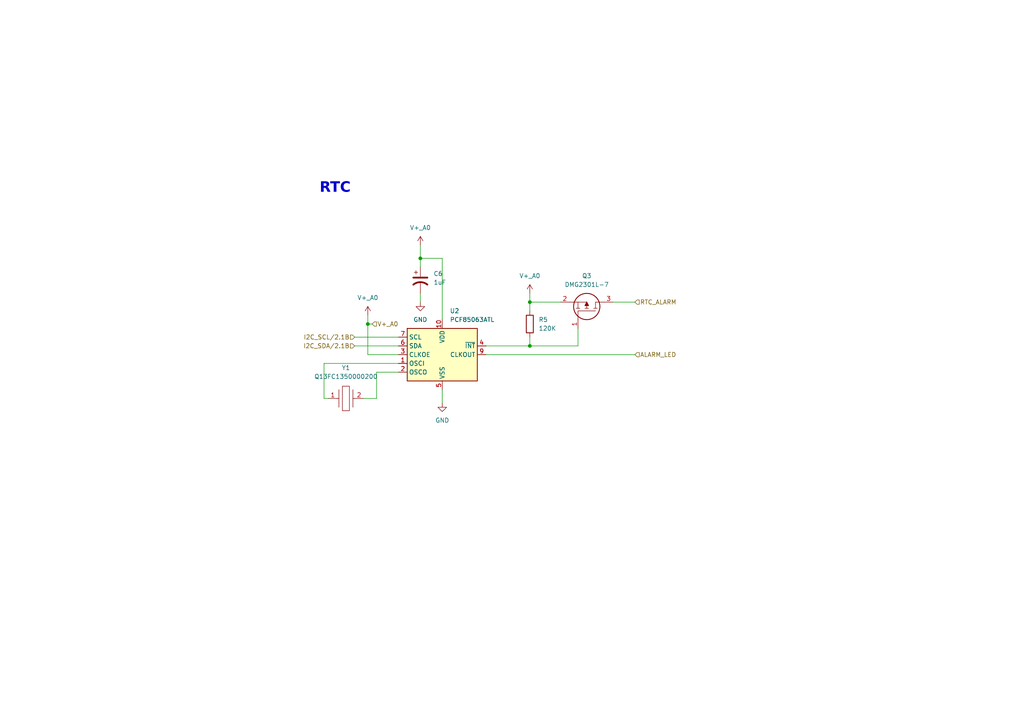
<source format=kicad_sch>
(kicad_sch (version 20230121) (generator eeschema)
  (paper "A4")
  (lib_symbols
    (symbol "DMG2301L-7:DMG2301L-7" (pin_names (offset 0.762))
      (property "Reference" "Q" (at 11.43 3.81 0))
      (property "Value" "DMG2301L-7" (at 11.43 1.27 0))
      (symbol "DMG2301L-7_0_0"
        (pin passive line (at 0 0 0) (length 2.54) (name "~") (number "1"))
        (pin passive line (at 7.62 -5.08 90) (length 2.54) (name "~") (number "2"))
        (pin passive line (at 7.62 10.16 270) (length 2.54) (name "~") (number "3"))
      )
      (symbol "DMG2301L-7_0_1"
        (polyline (pts (xy 5.842 -0.508) (xy 5.842 0.508)) (stroke (width 0.1524)))
        (polyline (pts (xy 5.842 0) (xy 7.62 0)) (stroke (width 0.1524)))
        (polyline (pts (xy 5.842 2.032) (xy 5.842 3.048)) (stroke (width 0.1524)))
        (polyline (pts (xy 5.842 5.588) (xy 5.842 4.572)) (stroke (width 0.1524)))
        (polyline (pts (xy 7.62 2.54) (xy 5.842 2.54)) (stroke (width 0.1524)))
        (polyline (pts (xy 7.62 2.54) (xy 7.62 -2.54)) (stroke (width 0.1524)))
        (polyline (pts (xy 7.62 5.08) (xy 5.842 5.08)) (stroke (width 0.1524)))
        (polyline (pts (xy 7.62 5.08) (xy 7.62 7.62)) (stroke (width 0.1524)))
        (polyline (pts (xy 2.54 0) (xy 5.08 0) (xy 5.08 5.08)) (stroke (width 0.1524)))
        (polyline (pts (xy 7.62 2.54) (xy 6.604 3.048) (xy 6.604 2.032) (xy 7.62 2.54)) (stroke (width 0.254)) (fill (type outline)))
        (circle (center 6.35 2.54) (radius 3.81) (stroke (width 0.254)))
      )
    )
    (symbol "Device:C_Polarized_US" (pin_numbers hide) (pin_names (offset 0.254) hide)
      (property "Reference" "C" (at 0.635 2.54 0))
      (property "Value" "C_Polarized_US" (at 0.635 -2.54 0))
      (symbol "C_Polarized_US_0_1"
        (polyline (pts (xy -2.032 0.762) (xy 2.032 0.762)) (stroke (width 0.508)))
        (polyline (pts (xy -1.778 2.286) (xy -0.762 2.286)))
        (polyline (pts (xy -1.27 1.778) (xy -1.27 2.794)))
        (arc (start 2.032 -1.27) (mid 0 -0.5572) (end -2.032 -1.27) (stroke (width 0.508)))
      )
      (symbol "C_Polarized_US_1_1"
        (pin passive line (at 0 3.81 270) (length 2.794) (name "~") (number "1"))
        (pin passive line (at 0 -3.81 90) (length 3.302) (name "~") (number "2"))
      )
    )
    (symbol "Device:R" (pin_numbers hide) (pin_names (offset 0))
      (property "Reference" "R" (at 2.032 0 90))
      (property "Value" "R" (at 0 0 90))
      (symbol "R_0_1"
        (rectangle (start -1.016 -2.54) (end 1.016 2.54) (stroke (width 0.254)))
      )
      (symbol "R_1_1"
        (pin passive line (at 0 3.81 270) (length 1.27) (name "~") (number "1"))
        (pin passive line (at 0 -3.81 90) (length 1.27) (name "~") (number "2"))
      )
    )
    (symbol "Q13FC1350000200:Q13FC1350000200" (pin_names (offset 0.762))
      (property "Reference" "Y" (at 8.89 6.35 0))
      (property "Value" "Q13FC1350000200" (at 8.89 3.81 0))
      (symbol "Q13FC1350000200_0_0"
        (pin passive line (at 0 0 0) (length 2.54) (name "~") (number "1"))
        (pin passive line (at 10.16 0 180) (length 2.54) (name "~") (number "2"))
      )
      (symbol "Q13FC1350000200_0_1"
        (polyline (pts (xy 3.048 0) (xy 2.54 0)) (stroke (width 0.1524)))
        (polyline (pts (xy 3.048 2.54) (xy 3.048 -2.54)) (stroke (width 0.1524)))
        (polyline (pts (xy 7.112 0) (xy 7.62 0)) (stroke (width 0.1524)))
        (polyline (pts (xy 7.112 2.54) (xy 7.112 -2.54)) (stroke (width 0.1524)))
        (polyline (pts (xy 4.064 3.556) (xy 4.064 -3.556) (xy 6.096 -3.556) (xy 6.096 3.556) (xy 4.064 3.556)) (stroke (width 0.1524)))
      )
    )
    (symbol "Timer_RTC:PCF85063ATL"
      (property "Reference" "U" (at -10.16 8.89 0))
      (property "Value" "PCF85063ATL" (at 6.35 -8.89 0))
      (symbol "PCF85063ATL_0_1"
        (rectangle (start -10.16 7.62) (end 10.16 -7.62) (stroke (width 0.254)) (fill (type background)))
      )
      (symbol "PCF85063ATL_1_1"
        (pin input line (at -12.7 -2.54 0) (length 2.54) (name "OSCI") (number "1"))
        (pin power_in line (at 0 10.16 270) (length 2.54) (name "VDD") (number "10"))
        (pin output line (at -12.7 -5.08 0) (length 2.54) (name "OSCO") (number "2"))
        (pin input line (at -12.7 0 0) (length 2.54) (name "CLKOE") (number "3"))
        (pin output line (at 12.7 2.54 180) (length 2.54) (name "~{INT}") (number "4"))
        (pin power_in line (at 0 -10.16 90) (length 2.54) (name "VSS") (number "5"))
        (pin bidirectional line (at -12.7 2.54 0) (length 2.54) (name "SDA") (number "6"))
        (pin input line (at -12.7 5.08 0) (length 2.54) (name "SCL") (number "7"))
        (pin no_connect line (at 10.16 5.08 180) (length 2.54) hide (name "NC") (number "8"))
        (pin output line (at 12.7 0 180) (length 2.54) (name "CLKOUT") (number "9"))
      )
    )
    (symbol "power:GND" (power) (pin_names (offset 0))
      (property "Value" "GND" (at 0 -3.81 0))
      (symbol "GND_0_1"
        (polyline (pts (xy 0 0) (xy 0 -1.27) (xy 1.27 -1.27) (xy 0 -2.54) (xy -1.27 -1.27) (xy 0 -1.27)))
      )
      (symbol "GND_1_1"
        (pin power_in line (at 0 0 270) (length 0) hide (name "GND") (number "1"))
      )
    )
    (symbol "power_vsys:V+_A0" (power) (pin_names (offset 0))
      (property "Value" "V+_A0" (at 0 3.81 0))
      (symbol "V+_A0_0_1"
        (polyline (pts (xy -0.762 1.27) (xy 0 2.54)))
        (polyline (pts (xy 0 0) (xy 0 2.54)))
        (polyline (pts (xy 0 2.54) (xy 0.762 1.27)))
      )
      (symbol "V+_A0_1_1"
        (pin power_in line (at 0 0 90) (length 0) hide (name "V+_A0") (number "1"))
      )
    )
  )
  (junction (at 153.67 87.63))
  (junction (at 121.92 74.93))
  (junction (at 106.68 93.98))
  (junction (at 153.67 100.33))
  (wire (pts (xy 105.41 115.57) (xy 109.22 115.57)))
  (wire (pts (xy 115.57 105.41) (xy 93.98 105.41)))
  (wire (pts (xy 153.67 87.63) (xy 162.56 87.63)))
  (wire (pts (xy 93.98 115.57) (xy 95.25 115.57)))
  (wire (pts (xy 102.87 97.79) (xy 115.57 97.79)))
  (wire (pts (xy 121.92 74.93) (xy 121.92 71.12)))
  (wire (pts (xy 106.68 93.98) (xy 106.68 91.44)))
  (wire (pts (xy 153.67 97.79) (xy 153.67 100.33)))
  (wire (pts (xy 102.87 100.33) (xy 115.57 100.33)))
  (wire (pts (xy 153.67 85.09) (xy 153.67 87.63)))
  (wire (pts (xy 153.67 87.63) (xy 153.67 90.17)))
  (wire (pts (xy 115.57 102.87) (xy 106.68 102.87)))
  (wire (pts (xy 106.68 93.98) (xy 107.95 93.98)))
  (wire (pts (xy 109.22 115.57) (xy 109.22 107.95)))
  (wire (pts (xy 128.27 74.93) (xy 121.92 74.93)))
  (wire (pts (xy 106.68 102.87) (xy 106.68 93.98)))
  (wire (pts (xy 128.27 113.03) (xy 128.27 116.84)))
  (wire (pts (xy 128.27 92.71) (xy 128.27 74.93)))
  (wire (pts (xy 153.67 100.33) (xy 167.64 100.33)))
  (wire (pts (xy 140.97 100.33) (xy 153.67 100.33)))
  (wire (pts (xy 121.92 77.47) (xy 121.92 74.93)))
  (wire (pts (xy 177.8 87.63) (xy 184.15 87.63)))
  (wire (pts (xy 140.97 102.87) (xy 184.15 102.87)))
  (wire (pts (xy 121.92 85.09) (xy 121.92 87.63)))
  (wire (pts (xy 167.64 100.33) (xy 167.64 95.25)))
  (wire (pts (xy 93.98 105.41) (xy 93.98 115.57)))
  (wire (pts (xy 109.22 107.95) (xy 115.57 107.95)))
  (text "RTC" (at 92.71 57.15 0) (effects (font (size 3 3) (thickness 1) bold) (justify left bottom)))
  (hierarchical_label "ALARM_LED" (shape input) (at 184.15 102.87 0))
  (hierarchical_label "V+_A0" (shape input) (at 107.95 93.98 0))
  (hierarchical_label "I2C_SDA{slash}2.1B" (shape input) (at 102.87 100.33 180))
  (hierarchical_label "I2C_SCL{slash}2.1B" (shape input) (at 102.87 97.79 180))
  (hierarchical_label "RTC_ALARM" (shape input) (at 184.15 87.63 0))
  (symbol (lib_id "power:GND") (at 121.92 87.63 0) (unit 1)
    (property "Reference" "#PWR013" (effects hide))
    (property "Value" "GND" (at 121.92 92.71 0))
  )
  (symbol (lib_id "power:GND") (at 128.27 116.84 0) (unit 1)
    (property "Reference" "#PWR012" (effects hide))
    (property "Value" "GND" (at 128.27 121.92 0))
  )
  (symbol (lib_id "Device:R") (at 153.67 93.98 0) (unit 1)
    (property "Reference" "R5" (at 156.21 92.71 0) (effects (justify left)))
    (property "Value" "120K" (at 156.21 95.25 0) (effects (justify left)))
    (property "Footprint" "Resistor_SMD:R_0603_1608Metric" (effects hide))
    (property "Manufacturer_Part_Number" "0603WAF1203T5E" (effects hide))
    (instances (project "v0_3" (path "" (reference "R5") (unit 1)) (path "" (reference "R16") (unit 1)) (path "" (reference "R2") (unit 1))))
  )
  (symbol (lib_id "Device:C_Polarized_US") (at 121.92 81.28 0) (unit 1)
    (property "Reference" "C6" (at 125.73 79.375 0) (effects (justify left)))
    (property "Value" "1uF" (at 125.73 81.915 0) (effects (justify left)))
    (property "Footprint" "Capacitor_SMD:C_0603_1608Metric" (effects hide))
    (property "Manufacture" "CL10A105KO8NNNC" (effects hide))
    (instances (project "v0_3" (path "" (reference "C6") (unit 1)) (path "" (reference "C4") (unit 1))))
  )
  (symbol (lib_id "Q13FC1350000200:Q13FC1350000200") (at 95.25 115.57 0) (unit 1)
    (property "Reference" "Y1" (at 100.33 106.68 0))
    (property "Value" "Q13FC1350000200" (at 100.33 109.22 0))
    (property "Footprint" "Q13FC1350000200:Q13FC1350000200" (effects hide))
    (property "Datasheet" "https://datasheet.lcsc.com/szlcsc/Seiko-Epson-Q13FC1350000200_C48615.pdf" (effects hide))
    (property "Description" "Crystal 32.768kHz 12.5pF 2-Pin SMD T/R" (effects hide))
    (property "Height" "0.9" (effects hide))
    (property "Manufacturer_Name" "Seiko Epson Corporation" (effects hide))
    (property "Manufacturer_Part_Number" "Q13FC1350000200" (effects hide))
  )
  (symbol (lib_id "power_vsys:V+_A0") (at 106.68 91.44 0) (unit 1)
    (property "Reference" "#PWR014" (effects hide))
    (property "Value" "V+_A0" (at 106.68 86.36 0))
  )
  (symbol (lib_id "power_vsys:V+_A0") (at 153.67 85.09 0) (unit 1)
    (property "Reference" "#PWR011" (effects hide))
    (property "Value" "V+_A0" (at 153.67 80.01 0))
  )
  (symbol (lib_id "power_vsys:V+_A0") (at 121.92 71.12 0) (unit 1)
    (property "Reference" "#PWR010" (effects hide))
    (property "Value" "V+_A0" (at 121.92 66.04 0))
  )
  (symbol (lib_id "Timer_RTC:PCF85063ATL") (at 128.27 102.87 0) (unit 1)
    (property "Reference" "U2" (at 130.4641 90.17 0) (effects (justify left)))
    (property "Value" "PCF85063ATL" (at 130.4641 92.71 0) (effects (justify left)))
    (property "Footprint" "Package_DFN_QFN:DFN-10-1EP_2.6x2.6mm_P0.5mm_EP1.3x2.2mm" (effects hide))
    (property "Datasheet" "https://www.nxp.com/docs/en/data-sheet/PCF85063A.pdf" (effects hide))
  )
  (symbol (lib_id "DMG2301L-7:DMG2301L-7") (at 167.64 95.25 270) (mirror x) (unit 1)
    (property "Reference" "Q3" (at 170.18 80.01 90))
    (property "Value" "DMG2301L-7" (at 170.18 82.55 90))
    (property "Footprint" "DMG2301L-7:SOT96P240X110-3N" (effects hide))
    (property "Datasheet" "https://www.mouser.com/datasheet/2/115/DMG2301L-959562.pdf" (effects hide))
    (property "Description" "MOSFET MOSFET BVDSS" (effects hide))
    (property "Height" "1.1" (effects hide))
    (property "Manufacturer_Name" "Diodes Inc." (effects hide))
    (property "Manufacturer_Part_Number" "DMG2301L-7" (effects hide))
    (property "Mouser Part Number" "621-DMG2301L-7" (effects hide))
    (property "Mouser Price/Stock" "https://www.mouser.co.uk/ProductDetail/Diodes-Incorporated/DMG2301L-7?qs=60RJRzIpcl8mqpUzCaZuxQ%3D%3D" (effects hide))
    (property "Arrow Part Number" "DMG2301L-7" (effects hide))
    (property "Arrow Price/Stock" "https://www.arrow.com/en/products/dmg2301l-7/diodes-incorporated?region=nac" (effects hide))
  )
)
</source>
